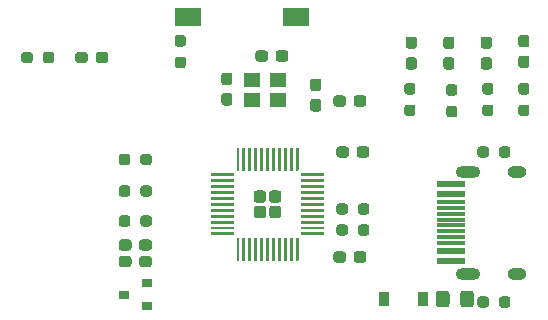
<source format=gtp>
%TF.GenerationSoftware,KiCad,Pcbnew,(5.1.9)-1*%
%TF.CreationDate,2021-07-30T14:52:09-07:00*%
%TF.ProjectId,NullWiiConv2.2,4e756c6c-5769-4694-936f-6e76322e322e,rev?*%
%TF.SameCoordinates,Original*%
%TF.FileFunction,Paste,Top*%
%TF.FilePolarity,Positive*%
%FSLAX46Y46*%
G04 Gerber Fmt 4.6, Leading zero omitted, Abs format (unit mm)*
G04 Created by KiCad (PCBNEW (5.1.9)-1) date 2021-07-30 14:52:09*
%MOMM*%
%LPD*%
G01*
G04 APERTURE LIST*
%ADD10R,0.900000X1.200000*%
%ADD11O,1.600000X1.000000*%
%ADD12O,2.100000X1.000000*%
%ADD13R,2.450000X0.300000*%
%ADD14R,2.450000X0.600000*%
%ADD15R,2.180000X1.600000*%
%ADD16R,1.400000X1.200000*%
%ADD17R,0.900000X0.800000*%
G04 APERTURE END LIST*
%TO.C,U2*%
G36*
G01*
X96537000Y-86054999D02*
X96537000Y-86605001D01*
G75*
G02*
X96287001Y-86855000I-249999J0D01*
G01*
X95736999Y-86855000D01*
G75*
G02*
X95487000Y-86605001I0J249999D01*
G01*
X95487000Y-86054999D01*
G75*
G02*
X95736999Y-85805000I249999J0D01*
G01*
X96287001Y-85805000D01*
G75*
G02*
X96537000Y-86054999I0J-249999D01*
G01*
G37*
G36*
G01*
X96537000Y-87354999D02*
X96537000Y-87905001D01*
G75*
G02*
X96287001Y-88155000I-249999J0D01*
G01*
X95736999Y-88155000D01*
G75*
G02*
X95487000Y-87905001I0J249999D01*
G01*
X95487000Y-87354999D01*
G75*
G02*
X95736999Y-87105000I249999J0D01*
G01*
X96287001Y-87105000D01*
G75*
G02*
X96537000Y-87354999I0J-249999D01*
G01*
G37*
G36*
G01*
X97837000Y-86054999D02*
X97837000Y-86605001D01*
G75*
G02*
X97587001Y-86855000I-249999J0D01*
G01*
X97036999Y-86855000D01*
G75*
G02*
X96787000Y-86605001I0J249999D01*
G01*
X96787000Y-86054999D01*
G75*
G02*
X97036999Y-85805000I249999J0D01*
G01*
X97587001Y-85805000D01*
G75*
G02*
X97837000Y-86054999I0J-249999D01*
G01*
G37*
G36*
G01*
X97837000Y-87354999D02*
X97837000Y-87905001D01*
G75*
G02*
X97587001Y-88155000I-249999J0D01*
G01*
X97036999Y-88155000D01*
G75*
G02*
X96787000Y-87905001I0J249999D01*
G01*
X96787000Y-87354999D01*
G75*
G02*
X97036999Y-87105000I249999J0D01*
G01*
X97587001Y-87105000D01*
G75*
G02*
X97837000Y-87354999I0J-249999D01*
G01*
G37*
G36*
G01*
X99287000Y-89852500D02*
X99287000Y-91727500D01*
G75*
G02*
X99224500Y-91790000I-62500J0D01*
G01*
X99099500Y-91790000D01*
G75*
G02*
X99037000Y-91727500I0J62500D01*
G01*
X99037000Y-89852500D01*
G75*
G02*
X99099500Y-89790000I62500J0D01*
G01*
X99224500Y-89790000D01*
G75*
G02*
X99287000Y-89852500I0J-62500D01*
G01*
G37*
G36*
G01*
X98787000Y-89852500D02*
X98787000Y-91727500D01*
G75*
G02*
X98724500Y-91790000I-62500J0D01*
G01*
X98599500Y-91790000D01*
G75*
G02*
X98537000Y-91727500I0J62500D01*
G01*
X98537000Y-89852500D01*
G75*
G02*
X98599500Y-89790000I62500J0D01*
G01*
X98724500Y-89790000D01*
G75*
G02*
X98787000Y-89852500I0J-62500D01*
G01*
G37*
G36*
G01*
X98287000Y-89852500D02*
X98287000Y-91727500D01*
G75*
G02*
X98224500Y-91790000I-62500J0D01*
G01*
X98099500Y-91790000D01*
G75*
G02*
X98037000Y-91727500I0J62500D01*
G01*
X98037000Y-89852500D01*
G75*
G02*
X98099500Y-89790000I62500J0D01*
G01*
X98224500Y-89790000D01*
G75*
G02*
X98287000Y-89852500I0J-62500D01*
G01*
G37*
G36*
G01*
X97787000Y-89852500D02*
X97787000Y-91727500D01*
G75*
G02*
X97724500Y-91790000I-62500J0D01*
G01*
X97599500Y-91790000D01*
G75*
G02*
X97537000Y-91727500I0J62500D01*
G01*
X97537000Y-89852500D01*
G75*
G02*
X97599500Y-89790000I62500J0D01*
G01*
X97724500Y-89790000D01*
G75*
G02*
X97787000Y-89852500I0J-62500D01*
G01*
G37*
G36*
G01*
X97287000Y-89852500D02*
X97287000Y-91727500D01*
G75*
G02*
X97224500Y-91790000I-62500J0D01*
G01*
X97099500Y-91790000D01*
G75*
G02*
X97037000Y-91727500I0J62500D01*
G01*
X97037000Y-89852500D01*
G75*
G02*
X97099500Y-89790000I62500J0D01*
G01*
X97224500Y-89790000D01*
G75*
G02*
X97287000Y-89852500I0J-62500D01*
G01*
G37*
G36*
G01*
X96787000Y-89852500D02*
X96787000Y-91727500D01*
G75*
G02*
X96724500Y-91790000I-62500J0D01*
G01*
X96599500Y-91790000D01*
G75*
G02*
X96537000Y-91727500I0J62500D01*
G01*
X96537000Y-89852500D01*
G75*
G02*
X96599500Y-89790000I62500J0D01*
G01*
X96724500Y-89790000D01*
G75*
G02*
X96787000Y-89852500I0J-62500D01*
G01*
G37*
G36*
G01*
X96287000Y-89852500D02*
X96287000Y-91727500D01*
G75*
G02*
X96224500Y-91790000I-62500J0D01*
G01*
X96099500Y-91790000D01*
G75*
G02*
X96037000Y-91727500I0J62500D01*
G01*
X96037000Y-89852500D01*
G75*
G02*
X96099500Y-89790000I62500J0D01*
G01*
X96224500Y-89790000D01*
G75*
G02*
X96287000Y-89852500I0J-62500D01*
G01*
G37*
G36*
G01*
X95787000Y-89852500D02*
X95787000Y-91727500D01*
G75*
G02*
X95724500Y-91790000I-62500J0D01*
G01*
X95599500Y-91790000D01*
G75*
G02*
X95537000Y-91727500I0J62500D01*
G01*
X95537000Y-89852500D01*
G75*
G02*
X95599500Y-89790000I62500J0D01*
G01*
X95724500Y-89790000D01*
G75*
G02*
X95787000Y-89852500I0J-62500D01*
G01*
G37*
G36*
G01*
X95287000Y-89852500D02*
X95287000Y-91727500D01*
G75*
G02*
X95224500Y-91790000I-62500J0D01*
G01*
X95099500Y-91790000D01*
G75*
G02*
X95037000Y-91727500I0J62500D01*
G01*
X95037000Y-89852500D01*
G75*
G02*
X95099500Y-89790000I62500J0D01*
G01*
X95224500Y-89790000D01*
G75*
G02*
X95287000Y-89852500I0J-62500D01*
G01*
G37*
G36*
G01*
X94787000Y-89852500D02*
X94787000Y-91727500D01*
G75*
G02*
X94724500Y-91790000I-62500J0D01*
G01*
X94599500Y-91790000D01*
G75*
G02*
X94537000Y-91727500I0J62500D01*
G01*
X94537000Y-89852500D01*
G75*
G02*
X94599500Y-89790000I62500J0D01*
G01*
X94724500Y-89790000D01*
G75*
G02*
X94787000Y-89852500I0J-62500D01*
G01*
G37*
G36*
G01*
X94287000Y-89852500D02*
X94287000Y-91727500D01*
G75*
G02*
X94224500Y-91790000I-62500J0D01*
G01*
X94099500Y-91790000D01*
G75*
G02*
X94037000Y-91727500I0J62500D01*
G01*
X94037000Y-89852500D01*
G75*
G02*
X94099500Y-89790000I62500J0D01*
G01*
X94224500Y-89790000D01*
G75*
G02*
X94287000Y-89852500I0J-62500D01*
G01*
G37*
G36*
G01*
X93852000Y-89417500D02*
X93852000Y-89542500D01*
G75*
G02*
X93789500Y-89605000I-62500J0D01*
G01*
X91914500Y-89605000D01*
G75*
G02*
X91852000Y-89542500I0J62500D01*
G01*
X91852000Y-89417500D01*
G75*
G02*
X91914500Y-89355000I62500J0D01*
G01*
X93789500Y-89355000D01*
G75*
G02*
X93852000Y-89417500I0J-62500D01*
G01*
G37*
G36*
G01*
X93852000Y-88917500D02*
X93852000Y-89042500D01*
G75*
G02*
X93789500Y-89105000I-62500J0D01*
G01*
X91914500Y-89105000D01*
G75*
G02*
X91852000Y-89042500I0J62500D01*
G01*
X91852000Y-88917500D01*
G75*
G02*
X91914500Y-88855000I62500J0D01*
G01*
X93789500Y-88855000D01*
G75*
G02*
X93852000Y-88917500I0J-62500D01*
G01*
G37*
G36*
G01*
X93852000Y-88417500D02*
X93852000Y-88542500D01*
G75*
G02*
X93789500Y-88605000I-62500J0D01*
G01*
X91914500Y-88605000D01*
G75*
G02*
X91852000Y-88542500I0J62500D01*
G01*
X91852000Y-88417500D01*
G75*
G02*
X91914500Y-88355000I62500J0D01*
G01*
X93789500Y-88355000D01*
G75*
G02*
X93852000Y-88417500I0J-62500D01*
G01*
G37*
G36*
G01*
X93852000Y-87917500D02*
X93852000Y-88042500D01*
G75*
G02*
X93789500Y-88105000I-62500J0D01*
G01*
X91914500Y-88105000D01*
G75*
G02*
X91852000Y-88042500I0J62500D01*
G01*
X91852000Y-87917500D01*
G75*
G02*
X91914500Y-87855000I62500J0D01*
G01*
X93789500Y-87855000D01*
G75*
G02*
X93852000Y-87917500I0J-62500D01*
G01*
G37*
G36*
G01*
X93852000Y-87417500D02*
X93852000Y-87542500D01*
G75*
G02*
X93789500Y-87605000I-62500J0D01*
G01*
X91914500Y-87605000D01*
G75*
G02*
X91852000Y-87542500I0J62500D01*
G01*
X91852000Y-87417500D01*
G75*
G02*
X91914500Y-87355000I62500J0D01*
G01*
X93789500Y-87355000D01*
G75*
G02*
X93852000Y-87417500I0J-62500D01*
G01*
G37*
G36*
G01*
X93852000Y-86917500D02*
X93852000Y-87042500D01*
G75*
G02*
X93789500Y-87105000I-62500J0D01*
G01*
X91914500Y-87105000D01*
G75*
G02*
X91852000Y-87042500I0J62500D01*
G01*
X91852000Y-86917500D01*
G75*
G02*
X91914500Y-86855000I62500J0D01*
G01*
X93789500Y-86855000D01*
G75*
G02*
X93852000Y-86917500I0J-62500D01*
G01*
G37*
G36*
G01*
X93852000Y-86417500D02*
X93852000Y-86542500D01*
G75*
G02*
X93789500Y-86605000I-62500J0D01*
G01*
X91914500Y-86605000D01*
G75*
G02*
X91852000Y-86542500I0J62500D01*
G01*
X91852000Y-86417500D01*
G75*
G02*
X91914500Y-86355000I62500J0D01*
G01*
X93789500Y-86355000D01*
G75*
G02*
X93852000Y-86417500I0J-62500D01*
G01*
G37*
G36*
G01*
X93852000Y-85917500D02*
X93852000Y-86042500D01*
G75*
G02*
X93789500Y-86105000I-62500J0D01*
G01*
X91914500Y-86105000D01*
G75*
G02*
X91852000Y-86042500I0J62500D01*
G01*
X91852000Y-85917500D01*
G75*
G02*
X91914500Y-85855000I62500J0D01*
G01*
X93789500Y-85855000D01*
G75*
G02*
X93852000Y-85917500I0J-62500D01*
G01*
G37*
G36*
G01*
X93852000Y-85417500D02*
X93852000Y-85542500D01*
G75*
G02*
X93789500Y-85605000I-62500J0D01*
G01*
X91914500Y-85605000D01*
G75*
G02*
X91852000Y-85542500I0J62500D01*
G01*
X91852000Y-85417500D01*
G75*
G02*
X91914500Y-85355000I62500J0D01*
G01*
X93789500Y-85355000D01*
G75*
G02*
X93852000Y-85417500I0J-62500D01*
G01*
G37*
G36*
G01*
X93852000Y-84917500D02*
X93852000Y-85042500D01*
G75*
G02*
X93789500Y-85105000I-62500J0D01*
G01*
X91914500Y-85105000D01*
G75*
G02*
X91852000Y-85042500I0J62500D01*
G01*
X91852000Y-84917500D01*
G75*
G02*
X91914500Y-84855000I62500J0D01*
G01*
X93789500Y-84855000D01*
G75*
G02*
X93852000Y-84917500I0J-62500D01*
G01*
G37*
G36*
G01*
X93852000Y-84417500D02*
X93852000Y-84542500D01*
G75*
G02*
X93789500Y-84605000I-62500J0D01*
G01*
X91914500Y-84605000D01*
G75*
G02*
X91852000Y-84542500I0J62500D01*
G01*
X91852000Y-84417500D01*
G75*
G02*
X91914500Y-84355000I62500J0D01*
G01*
X93789500Y-84355000D01*
G75*
G02*
X93852000Y-84417500I0J-62500D01*
G01*
G37*
G36*
G01*
X94287000Y-82232500D02*
X94287000Y-84107500D01*
G75*
G02*
X94224500Y-84170000I-62500J0D01*
G01*
X94099500Y-84170000D01*
G75*
G02*
X94037000Y-84107500I0J62500D01*
G01*
X94037000Y-82232500D01*
G75*
G02*
X94099500Y-82170000I62500J0D01*
G01*
X94224500Y-82170000D01*
G75*
G02*
X94287000Y-82232500I0J-62500D01*
G01*
G37*
G36*
G01*
X94787000Y-82232500D02*
X94787000Y-84107500D01*
G75*
G02*
X94724500Y-84170000I-62500J0D01*
G01*
X94599500Y-84170000D01*
G75*
G02*
X94537000Y-84107500I0J62500D01*
G01*
X94537000Y-82232500D01*
G75*
G02*
X94599500Y-82170000I62500J0D01*
G01*
X94724500Y-82170000D01*
G75*
G02*
X94787000Y-82232500I0J-62500D01*
G01*
G37*
G36*
G01*
X95287000Y-82232500D02*
X95287000Y-84107500D01*
G75*
G02*
X95224500Y-84170000I-62500J0D01*
G01*
X95099500Y-84170000D01*
G75*
G02*
X95037000Y-84107500I0J62500D01*
G01*
X95037000Y-82232500D01*
G75*
G02*
X95099500Y-82170000I62500J0D01*
G01*
X95224500Y-82170000D01*
G75*
G02*
X95287000Y-82232500I0J-62500D01*
G01*
G37*
G36*
G01*
X95787000Y-82232500D02*
X95787000Y-84107500D01*
G75*
G02*
X95724500Y-84170000I-62500J0D01*
G01*
X95599500Y-84170000D01*
G75*
G02*
X95537000Y-84107500I0J62500D01*
G01*
X95537000Y-82232500D01*
G75*
G02*
X95599500Y-82170000I62500J0D01*
G01*
X95724500Y-82170000D01*
G75*
G02*
X95787000Y-82232500I0J-62500D01*
G01*
G37*
G36*
G01*
X96287000Y-82232500D02*
X96287000Y-84107500D01*
G75*
G02*
X96224500Y-84170000I-62500J0D01*
G01*
X96099500Y-84170000D01*
G75*
G02*
X96037000Y-84107500I0J62500D01*
G01*
X96037000Y-82232500D01*
G75*
G02*
X96099500Y-82170000I62500J0D01*
G01*
X96224500Y-82170000D01*
G75*
G02*
X96287000Y-82232500I0J-62500D01*
G01*
G37*
G36*
G01*
X96787000Y-82232500D02*
X96787000Y-84107500D01*
G75*
G02*
X96724500Y-84170000I-62500J0D01*
G01*
X96599500Y-84170000D01*
G75*
G02*
X96537000Y-84107500I0J62500D01*
G01*
X96537000Y-82232500D01*
G75*
G02*
X96599500Y-82170000I62500J0D01*
G01*
X96724500Y-82170000D01*
G75*
G02*
X96787000Y-82232500I0J-62500D01*
G01*
G37*
G36*
G01*
X97287000Y-82232500D02*
X97287000Y-84107500D01*
G75*
G02*
X97224500Y-84170000I-62500J0D01*
G01*
X97099500Y-84170000D01*
G75*
G02*
X97037000Y-84107500I0J62500D01*
G01*
X97037000Y-82232500D01*
G75*
G02*
X97099500Y-82170000I62500J0D01*
G01*
X97224500Y-82170000D01*
G75*
G02*
X97287000Y-82232500I0J-62500D01*
G01*
G37*
G36*
G01*
X97787000Y-82232500D02*
X97787000Y-84107500D01*
G75*
G02*
X97724500Y-84170000I-62500J0D01*
G01*
X97599500Y-84170000D01*
G75*
G02*
X97537000Y-84107500I0J62500D01*
G01*
X97537000Y-82232500D01*
G75*
G02*
X97599500Y-82170000I62500J0D01*
G01*
X97724500Y-82170000D01*
G75*
G02*
X97787000Y-82232500I0J-62500D01*
G01*
G37*
G36*
G01*
X98287000Y-82232500D02*
X98287000Y-84107500D01*
G75*
G02*
X98224500Y-84170000I-62500J0D01*
G01*
X98099500Y-84170000D01*
G75*
G02*
X98037000Y-84107500I0J62500D01*
G01*
X98037000Y-82232500D01*
G75*
G02*
X98099500Y-82170000I62500J0D01*
G01*
X98224500Y-82170000D01*
G75*
G02*
X98287000Y-82232500I0J-62500D01*
G01*
G37*
G36*
G01*
X98787000Y-82232500D02*
X98787000Y-84107500D01*
G75*
G02*
X98724500Y-84170000I-62500J0D01*
G01*
X98599500Y-84170000D01*
G75*
G02*
X98537000Y-84107500I0J62500D01*
G01*
X98537000Y-82232500D01*
G75*
G02*
X98599500Y-82170000I62500J0D01*
G01*
X98724500Y-82170000D01*
G75*
G02*
X98787000Y-82232500I0J-62500D01*
G01*
G37*
G36*
G01*
X99287000Y-82232500D02*
X99287000Y-84107500D01*
G75*
G02*
X99224500Y-84170000I-62500J0D01*
G01*
X99099500Y-84170000D01*
G75*
G02*
X99037000Y-84107500I0J62500D01*
G01*
X99037000Y-82232500D01*
G75*
G02*
X99099500Y-82170000I62500J0D01*
G01*
X99224500Y-82170000D01*
G75*
G02*
X99287000Y-82232500I0J-62500D01*
G01*
G37*
G36*
G01*
X101472000Y-84417500D02*
X101472000Y-84542500D01*
G75*
G02*
X101409500Y-84605000I-62500J0D01*
G01*
X99534500Y-84605000D01*
G75*
G02*
X99472000Y-84542500I0J62500D01*
G01*
X99472000Y-84417500D01*
G75*
G02*
X99534500Y-84355000I62500J0D01*
G01*
X101409500Y-84355000D01*
G75*
G02*
X101472000Y-84417500I0J-62500D01*
G01*
G37*
G36*
G01*
X101472000Y-84917500D02*
X101472000Y-85042500D01*
G75*
G02*
X101409500Y-85105000I-62500J0D01*
G01*
X99534500Y-85105000D01*
G75*
G02*
X99472000Y-85042500I0J62500D01*
G01*
X99472000Y-84917500D01*
G75*
G02*
X99534500Y-84855000I62500J0D01*
G01*
X101409500Y-84855000D01*
G75*
G02*
X101472000Y-84917500I0J-62500D01*
G01*
G37*
G36*
G01*
X101472000Y-85417500D02*
X101472000Y-85542500D01*
G75*
G02*
X101409500Y-85605000I-62500J0D01*
G01*
X99534500Y-85605000D01*
G75*
G02*
X99472000Y-85542500I0J62500D01*
G01*
X99472000Y-85417500D01*
G75*
G02*
X99534500Y-85355000I62500J0D01*
G01*
X101409500Y-85355000D01*
G75*
G02*
X101472000Y-85417500I0J-62500D01*
G01*
G37*
G36*
G01*
X101472000Y-85917500D02*
X101472000Y-86042500D01*
G75*
G02*
X101409500Y-86105000I-62500J0D01*
G01*
X99534500Y-86105000D01*
G75*
G02*
X99472000Y-86042500I0J62500D01*
G01*
X99472000Y-85917500D01*
G75*
G02*
X99534500Y-85855000I62500J0D01*
G01*
X101409500Y-85855000D01*
G75*
G02*
X101472000Y-85917500I0J-62500D01*
G01*
G37*
G36*
G01*
X101472000Y-86417500D02*
X101472000Y-86542500D01*
G75*
G02*
X101409500Y-86605000I-62500J0D01*
G01*
X99534500Y-86605000D01*
G75*
G02*
X99472000Y-86542500I0J62500D01*
G01*
X99472000Y-86417500D01*
G75*
G02*
X99534500Y-86355000I62500J0D01*
G01*
X101409500Y-86355000D01*
G75*
G02*
X101472000Y-86417500I0J-62500D01*
G01*
G37*
G36*
G01*
X101472000Y-86917500D02*
X101472000Y-87042500D01*
G75*
G02*
X101409500Y-87105000I-62500J0D01*
G01*
X99534500Y-87105000D01*
G75*
G02*
X99472000Y-87042500I0J62500D01*
G01*
X99472000Y-86917500D01*
G75*
G02*
X99534500Y-86855000I62500J0D01*
G01*
X101409500Y-86855000D01*
G75*
G02*
X101472000Y-86917500I0J-62500D01*
G01*
G37*
G36*
G01*
X101472000Y-87417500D02*
X101472000Y-87542500D01*
G75*
G02*
X101409500Y-87605000I-62500J0D01*
G01*
X99534500Y-87605000D01*
G75*
G02*
X99472000Y-87542500I0J62500D01*
G01*
X99472000Y-87417500D01*
G75*
G02*
X99534500Y-87355000I62500J0D01*
G01*
X101409500Y-87355000D01*
G75*
G02*
X101472000Y-87417500I0J-62500D01*
G01*
G37*
G36*
G01*
X101472000Y-87917500D02*
X101472000Y-88042500D01*
G75*
G02*
X101409500Y-88105000I-62500J0D01*
G01*
X99534500Y-88105000D01*
G75*
G02*
X99472000Y-88042500I0J62500D01*
G01*
X99472000Y-87917500D01*
G75*
G02*
X99534500Y-87855000I62500J0D01*
G01*
X101409500Y-87855000D01*
G75*
G02*
X101472000Y-87917500I0J-62500D01*
G01*
G37*
G36*
G01*
X101472000Y-88417500D02*
X101472000Y-88542500D01*
G75*
G02*
X101409500Y-88605000I-62500J0D01*
G01*
X99534500Y-88605000D01*
G75*
G02*
X99472000Y-88542500I0J62500D01*
G01*
X99472000Y-88417500D01*
G75*
G02*
X99534500Y-88355000I62500J0D01*
G01*
X101409500Y-88355000D01*
G75*
G02*
X101472000Y-88417500I0J-62500D01*
G01*
G37*
G36*
G01*
X101472000Y-88917500D02*
X101472000Y-89042500D01*
G75*
G02*
X101409500Y-89105000I-62500J0D01*
G01*
X99534500Y-89105000D01*
G75*
G02*
X99472000Y-89042500I0J62500D01*
G01*
X99472000Y-88917500D01*
G75*
G02*
X99534500Y-88855000I62500J0D01*
G01*
X101409500Y-88855000D01*
G75*
G02*
X101472000Y-88917500I0J-62500D01*
G01*
G37*
G36*
G01*
X101472000Y-89417500D02*
X101472000Y-89542500D01*
G75*
G02*
X101409500Y-89605000I-62500J0D01*
G01*
X99534500Y-89605000D01*
G75*
G02*
X99472000Y-89542500I0J62500D01*
G01*
X99472000Y-89417500D01*
G75*
G02*
X99534500Y-89355000I62500J0D01*
G01*
X101409500Y-89355000D01*
G75*
G02*
X101472000Y-89417500I0J-62500D01*
G01*
G37*
%TD*%
D10*
%TO.C,D1*%
X109854000Y-94996000D03*
X106554000Y-94996000D03*
%TD*%
D11*
%TO.C,J1*%
X117796000Y-84199000D03*
X117796000Y-92839000D03*
D12*
X113616000Y-84199000D03*
X113616000Y-92839000D03*
D13*
X112201000Y-88769000D03*
X112201000Y-88269000D03*
X112201000Y-87769000D03*
X112201000Y-89269000D03*
X112201000Y-87269000D03*
X112201000Y-89769000D03*
X112201000Y-86769000D03*
X112201000Y-90269000D03*
D14*
X112201000Y-90969000D03*
X112201000Y-86069000D03*
X112201000Y-91744000D03*
X112201000Y-85294000D03*
X112196000Y-91744000D03*
X112171000Y-90969000D03*
X112196000Y-86069000D03*
X112196000Y-85294000D03*
%TD*%
D15*
%TO.C,SW2*%
X89898000Y-71120000D03*
X99078000Y-71120000D03*
%TD*%
%TO.C,C6*%
G36*
G01*
X97353000Y-74659500D02*
X97353000Y-74184500D01*
G75*
G02*
X97590500Y-73947000I237500J0D01*
G01*
X98190500Y-73947000D01*
G75*
G02*
X98428000Y-74184500I0J-237500D01*
G01*
X98428000Y-74659500D01*
G75*
G02*
X98190500Y-74897000I-237500J0D01*
G01*
X97590500Y-74897000D01*
G75*
G02*
X97353000Y-74659500I0J237500D01*
G01*
G37*
G36*
G01*
X95628000Y-74659500D02*
X95628000Y-74184500D01*
G75*
G02*
X95865500Y-73947000I237500J0D01*
G01*
X96465500Y-73947000D01*
G75*
G02*
X96703000Y-74184500I0J-237500D01*
G01*
X96703000Y-74659500D01*
G75*
G02*
X96465500Y-74897000I-237500J0D01*
G01*
X95865500Y-74897000D01*
G75*
G02*
X95628000Y-74659500I0J237500D01*
G01*
G37*
%TD*%
%TO.C,C5*%
G36*
G01*
X93455500Y-76891000D02*
X92980500Y-76891000D01*
G75*
G02*
X92743000Y-76653500I0J237500D01*
G01*
X92743000Y-76053500D01*
G75*
G02*
X92980500Y-75816000I237500J0D01*
G01*
X93455500Y-75816000D01*
G75*
G02*
X93693000Y-76053500I0J-237500D01*
G01*
X93693000Y-76653500D01*
G75*
G02*
X93455500Y-76891000I-237500J0D01*
G01*
G37*
G36*
G01*
X93455500Y-78616000D02*
X92980500Y-78616000D01*
G75*
G02*
X92743000Y-78378500I0J237500D01*
G01*
X92743000Y-77778500D01*
G75*
G02*
X92980500Y-77541000I237500J0D01*
G01*
X93455500Y-77541000D01*
G75*
G02*
X93693000Y-77778500I0J-237500D01*
G01*
X93693000Y-78378500D01*
G75*
G02*
X93455500Y-78616000I-237500J0D01*
G01*
G37*
%TD*%
D16*
%TO.C,Y1*%
X95336000Y-76454000D03*
X97536000Y-76454000D03*
X97536000Y-78154000D03*
X95336000Y-78154000D03*
%TD*%
%TO.C,R15*%
G36*
G01*
X77641000Y-74786500D02*
X77641000Y-74311500D01*
G75*
G02*
X77878500Y-74074000I237500J0D01*
G01*
X78378500Y-74074000D01*
G75*
G02*
X78616000Y-74311500I0J-237500D01*
G01*
X78616000Y-74786500D01*
G75*
G02*
X78378500Y-75024000I-237500J0D01*
G01*
X77878500Y-75024000D01*
G75*
G02*
X77641000Y-74786500I0J237500D01*
G01*
G37*
G36*
G01*
X75816000Y-74786500D02*
X75816000Y-74311500D01*
G75*
G02*
X76053500Y-74074000I237500J0D01*
G01*
X76553500Y-74074000D01*
G75*
G02*
X76791000Y-74311500I0J-237500D01*
G01*
X76791000Y-74786500D01*
G75*
G02*
X76553500Y-75024000I-237500J0D01*
G01*
X76053500Y-75024000D01*
G75*
G02*
X75816000Y-74786500I0J237500D01*
G01*
G37*
%TD*%
%TO.C,D6*%
G36*
G01*
X82138000Y-74786500D02*
X82138000Y-74311500D01*
G75*
G02*
X82375500Y-74074000I237500J0D01*
G01*
X82950500Y-74074000D01*
G75*
G02*
X83188000Y-74311500I0J-237500D01*
G01*
X83188000Y-74786500D01*
G75*
G02*
X82950500Y-75024000I-237500J0D01*
G01*
X82375500Y-75024000D01*
G75*
G02*
X82138000Y-74786500I0J237500D01*
G01*
G37*
G36*
G01*
X80388000Y-74786500D02*
X80388000Y-74311500D01*
G75*
G02*
X80625500Y-74074000I237500J0D01*
G01*
X81200500Y-74074000D01*
G75*
G02*
X81438000Y-74311500I0J-237500D01*
G01*
X81438000Y-74786500D01*
G75*
G02*
X81200500Y-75024000I-237500J0D01*
G01*
X80625500Y-75024000D01*
G75*
G02*
X80388000Y-74786500I0J237500D01*
G01*
G37*
%TD*%
D17*
%TO.C,U1*%
X84471000Y-94615000D03*
X86471000Y-93665000D03*
X86471000Y-95565000D03*
%TD*%
%TO.C,R14*%
G36*
G01*
X89043500Y-74466000D02*
X89518500Y-74466000D01*
G75*
G02*
X89756000Y-74703500I0J-237500D01*
G01*
X89756000Y-75203500D01*
G75*
G02*
X89518500Y-75441000I-237500J0D01*
G01*
X89043500Y-75441000D01*
G75*
G02*
X88806000Y-75203500I0J237500D01*
G01*
X88806000Y-74703500D01*
G75*
G02*
X89043500Y-74466000I237500J0D01*
G01*
G37*
G36*
G01*
X89043500Y-72641000D02*
X89518500Y-72641000D01*
G75*
G02*
X89756000Y-72878500I0J-237500D01*
G01*
X89756000Y-73378500D01*
G75*
G02*
X89518500Y-73616000I-237500J0D01*
G01*
X89043500Y-73616000D01*
G75*
G02*
X88806000Y-73378500I0J237500D01*
G01*
X88806000Y-72878500D01*
G75*
G02*
X89043500Y-72641000I237500J0D01*
G01*
G37*
%TD*%
%TO.C,R13*%
G36*
G01*
X102486000Y-87613500D02*
X102486000Y-87138500D01*
G75*
G02*
X102723500Y-86901000I237500J0D01*
G01*
X103223500Y-86901000D01*
G75*
G02*
X103461000Y-87138500I0J-237500D01*
G01*
X103461000Y-87613500D01*
G75*
G02*
X103223500Y-87851000I-237500J0D01*
G01*
X102723500Y-87851000D01*
G75*
G02*
X102486000Y-87613500I0J237500D01*
G01*
G37*
G36*
G01*
X104311000Y-87613500D02*
X104311000Y-87138500D01*
G75*
G02*
X104548500Y-86901000I237500J0D01*
G01*
X105048500Y-86901000D01*
G75*
G02*
X105286000Y-87138500I0J-237500D01*
G01*
X105286000Y-87613500D01*
G75*
G02*
X105048500Y-87851000I-237500J0D01*
G01*
X104548500Y-87851000D01*
G75*
G02*
X104311000Y-87613500I0J237500D01*
G01*
G37*
%TD*%
%TO.C,R12*%
G36*
G01*
X105286000Y-88916500D02*
X105286000Y-89391500D01*
G75*
G02*
X105048500Y-89629000I-237500J0D01*
G01*
X104548500Y-89629000D01*
G75*
G02*
X104311000Y-89391500I0J237500D01*
G01*
X104311000Y-88916500D01*
G75*
G02*
X104548500Y-88679000I237500J0D01*
G01*
X105048500Y-88679000D01*
G75*
G02*
X105286000Y-88916500I0J-237500D01*
G01*
G37*
G36*
G01*
X103461000Y-88916500D02*
X103461000Y-89391500D01*
G75*
G02*
X103223500Y-89629000I-237500J0D01*
G01*
X102723500Y-89629000D01*
G75*
G02*
X102486000Y-89391500I0J237500D01*
G01*
X102486000Y-88916500D01*
G75*
G02*
X102723500Y-88679000I237500J0D01*
G01*
X103223500Y-88679000D01*
G75*
G02*
X103461000Y-88916500I0J-237500D01*
G01*
G37*
%TD*%
%TO.C,R9*%
G36*
G01*
X85896000Y-86089500D02*
X85896000Y-85614500D01*
G75*
G02*
X86133500Y-85377000I237500J0D01*
G01*
X86633500Y-85377000D01*
G75*
G02*
X86871000Y-85614500I0J-237500D01*
G01*
X86871000Y-86089500D01*
G75*
G02*
X86633500Y-86327000I-237500J0D01*
G01*
X86133500Y-86327000D01*
G75*
G02*
X85896000Y-86089500I0J237500D01*
G01*
G37*
G36*
G01*
X84071000Y-86089500D02*
X84071000Y-85614500D01*
G75*
G02*
X84308500Y-85377000I237500J0D01*
G01*
X84808500Y-85377000D01*
G75*
G02*
X85046000Y-85614500I0J-237500D01*
G01*
X85046000Y-86089500D01*
G75*
G02*
X84808500Y-86327000I-237500J0D01*
G01*
X84308500Y-86327000D01*
G75*
G02*
X84071000Y-86089500I0J237500D01*
G01*
G37*
%TD*%
%TO.C,R8*%
G36*
G01*
X85896000Y-88629500D02*
X85896000Y-88154500D01*
G75*
G02*
X86133500Y-87917000I237500J0D01*
G01*
X86633500Y-87917000D01*
G75*
G02*
X86871000Y-88154500I0J-237500D01*
G01*
X86871000Y-88629500D01*
G75*
G02*
X86633500Y-88867000I-237500J0D01*
G01*
X86133500Y-88867000D01*
G75*
G02*
X85896000Y-88629500I0J237500D01*
G01*
G37*
G36*
G01*
X84071000Y-88629500D02*
X84071000Y-88154500D01*
G75*
G02*
X84308500Y-87917000I237500J0D01*
G01*
X84808500Y-87917000D01*
G75*
G02*
X85046000Y-88154500I0J-237500D01*
G01*
X85046000Y-88629500D01*
G75*
G02*
X84808500Y-88867000I-237500J0D01*
G01*
X84308500Y-88867000D01*
G75*
G02*
X84071000Y-88629500I0J237500D01*
G01*
G37*
%TD*%
%TO.C,R7*%
G36*
G01*
X112030500Y-78633500D02*
X112505500Y-78633500D01*
G75*
G02*
X112743000Y-78871000I0J-237500D01*
G01*
X112743000Y-79371000D01*
G75*
G02*
X112505500Y-79608500I-237500J0D01*
G01*
X112030500Y-79608500D01*
G75*
G02*
X111793000Y-79371000I0J237500D01*
G01*
X111793000Y-78871000D01*
G75*
G02*
X112030500Y-78633500I237500J0D01*
G01*
G37*
G36*
G01*
X112030500Y-76808500D02*
X112505500Y-76808500D01*
G75*
G02*
X112743000Y-77046000I0J-237500D01*
G01*
X112743000Y-77546000D01*
G75*
G02*
X112505500Y-77783500I-237500J0D01*
G01*
X112030500Y-77783500D01*
G75*
G02*
X111793000Y-77546000I0J237500D01*
G01*
X111793000Y-77046000D01*
G75*
G02*
X112030500Y-76808500I237500J0D01*
G01*
G37*
%TD*%
%TO.C,R6*%
G36*
G01*
X115553500Y-77680000D02*
X115078500Y-77680000D01*
G75*
G02*
X114841000Y-77442500I0J237500D01*
G01*
X114841000Y-76942500D01*
G75*
G02*
X115078500Y-76705000I237500J0D01*
G01*
X115553500Y-76705000D01*
G75*
G02*
X115791000Y-76942500I0J-237500D01*
G01*
X115791000Y-77442500D01*
G75*
G02*
X115553500Y-77680000I-237500J0D01*
G01*
G37*
G36*
G01*
X115553500Y-79505000D02*
X115078500Y-79505000D01*
G75*
G02*
X114841000Y-79267500I0J237500D01*
G01*
X114841000Y-78767500D01*
G75*
G02*
X115078500Y-78530000I237500J0D01*
G01*
X115553500Y-78530000D01*
G75*
G02*
X115791000Y-78767500I0J-237500D01*
G01*
X115791000Y-79267500D01*
G75*
G02*
X115553500Y-79505000I-237500J0D01*
G01*
G37*
%TD*%
%TO.C,R5*%
G36*
G01*
X108949500Y-77680000D02*
X108474500Y-77680000D01*
G75*
G02*
X108237000Y-77442500I0J237500D01*
G01*
X108237000Y-76942500D01*
G75*
G02*
X108474500Y-76705000I237500J0D01*
G01*
X108949500Y-76705000D01*
G75*
G02*
X109187000Y-76942500I0J-237500D01*
G01*
X109187000Y-77442500D01*
G75*
G02*
X108949500Y-77680000I-237500J0D01*
G01*
G37*
G36*
G01*
X108949500Y-79505000D02*
X108474500Y-79505000D01*
G75*
G02*
X108237000Y-79267500I0J237500D01*
G01*
X108237000Y-78767500D01*
G75*
G02*
X108474500Y-78530000I237500J0D01*
G01*
X108949500Y-78530000D01*
G75*
G02*
X109187000Y-78767500I0J-237500D01*
G01*
X109187000Y-79267500D01*
G75*
G02*
X108949500Y-79505000I-237500J0D01*
G01*
G37*
%TD*%
%TO.C,R4*%
G36*
G01*
X118601500Y-77680000D02*
X118126500Y-77680000D01*
G75*
G02*
X117889000Y-77442500I0J237500D01*
G01*
X117889000Y-76942500D01*
G75*
G02*
X118126500Y-76705000I237500J0D01*
G01*
X118601500Y-76705000D01*
G75*
G02*
X118839000Y-76942500I0J-237500D01*
G01*
X118839000Y-77442500D01*
G75*
G02*
X118601500Y-77680000I-237500J0D01*
G01*
G37*
G36*
G01*
X118601500Y-79505000D02*
X118126500Y-79505000D01*
G75*
G02*
X117889000Y-79267500I0J237500D01*
G01*
X117889000Y-78767500D01*
G75*
G02*
X118126500Y-78530000I237500J0D01*
G01*
X118601500Y-78530000D01*
G75*
G02*
X118839000Y-78767500I0J-237500D01*
G01*
X118839000Y-79267500D01*
G75*
G02*
X118601500Y-79505000I-237500J0D01*
G01*
G37*
%TD*%
%TO.C,R3*%
G36*
G01*
X116249000Y-82787500D02*
X116249000Y-82312500D01*
G75*
G02*
X116486500Y-82075000I237500J0D01*
G01*
X116986500Y-82075000D01*
G75*
G02*
X117224000Y-82312500I0J-237500D01*
G01*
X117224000Y-82787500D01*
G75*
G02*
X116986500Y-83025000I-237500J0D01*
G01*
X116486500Y-83025000D01*
G75*
G02*
X116249000Y-82787500I0J237500D01*
G01*
G37*
G36*
G01*
X114424000Y-82787500D02*
X114424000Y-82312500D01*
G75*
G02*
X114661500Y-82075000I237500J0D01*
G01*
X115161500Y-82075000D01*
G75*
G02*
X115399000Y-82312500I0J-237500D01*
G01*
X115399000Y-82787500D01*
G75*
G02*
X115161500Y-83025000I-237500J0D01*
G01*
X114661500Y-83025000D01*
G75*
G02*
X114424000Y-82787500I0J237500D01*
G01*
G37*
%TD*%
%TO.C,R2*%
G36*
G01*
X115399000Y-95012500D02*
X115399000Y-95487500D01*
G75*
G02*
X115161500Y-95725000I-237500J0D01*
G01*
X114661500Y-95725000D01*
G75*
G02*
X114424000Y-95487500I0J237500D01*
G01*
X114424000Y-95012500D01*
G75*
G02*
X114661500Y-94775000I237500J0D01*
G01*
X115161500Y-94775000D01*
G75*
G02*
X115399000Y-95012500I0J-237500D01*
G01*
G37*
G36*
G01*
X117224000Y-95012500D02*
X117224000Y-95487500D01*
G75*
G02*
X116986500Y-95725000I-237500J0D01*
G01*
X116486500Y-95725000D01*
G75*
G02*
X116249000Y-95487500I0J237500D01*
G01*
X116249000Y-95012500D01*
G75*
G02*
X116486500Y-94775000I237500J0D01*
G01*
X116986500Y-94775000D01*
G75*
G02*
X117224000Y-95012500I0J-237500D01*
G01*
G37*
%TD*%
%TO.C,R1*%
G36*
G01*
X85046000Y-82947500D02*
X85046000Y-83422500D01*
G75*
G02*
X84808500Y-83660000I-237500J0D01*
G01*
X84308500Y-83660000D01*
G75*
G02*
X84071000Y-83422500I0J237500D01*
G01*
X84071000Y-82947500D01*
G75*
G02*
X84308500Y-82710000I237500J0D01*
G01*
X84808500Y-82710000D01*
G75*
G02*
X85046000Y-82947500I0J-237500D01*
G01*
G37*
G36*
G01*
X86871000Y-82947500D02*
X86871000Y-83422500D01*
G75*
G02*
X86633500Y-83660000I-237500J0D01*
G01*
X86133500Y-83660000D01*
G75*
G02*
X85896000Y-83422500I0J237500D01*
G01*
X85896000Y-82947500D01*
G75*
G02*
X86133500Y-82710000I237500J0D01*
G01*
X86633500Y-82710000D01*
G75*
G02*
X86871000Y-82947500I0J-237500D01*
G01*
G37*
%TD*%
%TO.C,F1*%
G36*
G01*
X112972000Y-95446001D02*
X112972000Y-94545999D01*
G75*
G02*
X113221999Y-94296000I249999J0D01*
G01*
X113872001Y-94296000D01*
G75*
G02*
X114122000Y-94545999I0J-249999D01*
G01*
X114122000Y-95446001D01*
G75*
G02*
X113872001Y-95696000I-249999J0D01*
G01*
X113221999Y-95696000D01*
G75*
G02*
X112972000Y-95446001I0J249999D01*
G01*
G37*
G36*
G01*
X110922000Y-95446001D02*
X110922000Y-94545999D01*
G75*
G02*
X111171999Y-94296000I249999J0D01*
G01*
X111822001Y-94296000D01*
G75*
G02*
X112072000Y-94545999I0J-249999D01*
G01*
X112072000Y-95446001D01*
G75*
G02*
X111822001Y-95696000I-249999J0D01*
G01*
X111171999Y-95696000D01*
G75*
G02*
X110922000Y-95446001I0J249999D01*
G01*
G37*
%TD*%
%TO.C,D5*%
G36*
G01*
X112251500Y-73818000D02*
X111776500Y-73818000D01*
G75*
G02*
X111539000Y-73580500I0J237500D01*
G01*
X111539000Y-73005500D01*
G75*
G02*
X111776500Y-72768000I237500J0D01*
G01*
X112251500Y-72768000D01*
G75*
G02*
X112489000Y-73005500I0J-237500D01*
G01*
X112489000Y-73580500D01*
G75*
G02*
X112251500Y-73818000I-237500J0D01*
G01*
G37*
G36*
G01*
X112251500Y-75568000D02*
X111776500Y-75568000D01*
G75*
G02*
X111539000Y-75330500I0J237500D01*
G01*
X111539000Y-74755500D01*
G75*
G02*
X111776500Y-74518000I237500J0D01*
G01*
X112251500Y-74518000D01*
G75*
G02*
X112489000Y-74755500I0J-237500D01*
G01*
X112489000Y-75330500D01*
G75*
G02*
X112251500Y-75568000I-237500J0D01*
G01*
G37*
%TD*%
%TO.C,D4*%
G36*
G01*
X115426500Y-73818000D02*
X114951500Y-73818000D01*
G75*
G02*
X114714000Y-73580500I0J237500D01*
G01*
X114714000Y-73005500D01*
G75*
G02*
X114951500Y-72768000I237500J0D01*
G01*
X115426500Y-72768000D01*
G75*
G02*
X115664000Y-73005500I0J-237500D01*
G01*
X115664000Y-73580500D01*
G75*
G02*
X115426500Y-73818000I-237500J0D01*
G01*
G37*
G36*
G01*
X115426500Y-75568000D02*
X114951500Y-75568000D01*
G75*
G02*
X114714000Y-75330500I0J237500D01*
G01*
X114714000Y-74755500D01*
G75*
G02*
X114951500Y-74518000I237500J0D01*
G01*
X115426500Y-74518000D01*
G75*
G02*
X115664000Y-74755500I0J-237500D01*
G01*
X115664000Y-75330500D01*
G75*
G02*
X115426500Y-75568000I-237500J0D01*
G01*
G37*
%TD*%
%TO.C,D3*%
G36*
G01*
X109076500Y-73818000D02*
X108601500Y-73818000D01*
G75*
G02*
X108364000Y-73580500I0J237500D01*
G01*
X108364000Y-73005500D01*
G75*
G02*
X108601500Y-72768000I237500J0D01*
G01*
X109076500Y-72768000D01*
G75*
G02*
X109314000Y-73005500I0J-237500D01*
G01*
X109314000Y-73580500D01*
G75*
G02*
X109076500Y-73818000I-237500J0D01*
G01*
G37*
G36*
G01*
X109076500Y-75568000D02*
X108601500Y-75568000D01*
G75*
G02*
X108364000Y-75330500I0J237500D01*
G01*
X108364000Y-74755500D01*
G75*
G02*
X108601500Y-74518000I237500J0D01*
G01*
X109076500Y-74518000D01*
G75*
G02*
X109314000Y-74755500I0J-237500D01*
G01*
X109314000Y-75330500D01*
G75*
G02*
X109076500Y-75568000I-237500J0D01*
G01*
G37*
%TD*%
%TO.C,D2*%
G36*
G01*
X118601500Y-73691000D02*
X118126500Y-73691000D01*
G75*
G02*
X117889000Y-73453500I0J237500D01*
G01*
X117889000Y-72878500D01*
G75*
G02*
X118126500Y-72641000I237500J0D01*
G01*
X118601500Y-72641000D01*
G75*
G02*
X118839000Y-72878500I0J-237500D01*
G01*
X118839000Y-73453500D01*
G75*
G02*
X118601500Y-73691000I-237500J0D01*
G01*
G37*
G36*
G01*
X118601500Y-75441000D02*
X118126500Y-75441000D01*
G75*
G02*
X117889000Y-75203500I0J237500D01*
G01*
X117889000Y-74628500D01*
G75*
G02*
X118126500Y-74391000I237500J0D01*
G01*
X118601500Y-74391000D01*
G75*
G02*
X118839000Y-74628500I0J-237500D01*
G01*
X118839000Y-75203500D01*
G75*
G02*
X118601500Y-75441000I-237500J0D01*
G01*
G37*
%TD*%
%TO.C,C8*%
G36*
G01*
X103561000Y-82312500D02*
X103561000Y-82787500D01*
G75*
G02*
X103323500Y-83025000I-237500J0D01*
G01*
X102723500Y-83025000D01*
G75*
G02*
X102486000Y-82787500I0J237500D01*
G01*
X102486000Y-82312500D01*
G75*
G02*
X102723500Y-82075000I237500J0D01*
G01*
X103323500Y-82075000D01*
G75*
G02*
X103561000Y-82312500I0J-237500D01*
G01*
G37*
G36*
G01*
X105286000Y-82312500D02*
X105286000Y-82787500D01*
G75*
G02*
X105048500Y-83025000I-237500J0D01*
G01*
X104448500Y-83025000D01*
G75*
G02*
X104211000Y-82787500I0J237500D01*
G01*
X104211000Y-82312500D01*
G75*
G02*
X104448500Y-82075000I237500J0D01*
G01*
X105048500Y-82075000D01*
G75*
G02*
X105286000Y-82312500I0J-237500D01*
G01*
G37*
%TD*%
%TO.C,C7*%
G36*
G01*
X102232000Y-91677500D02*
X102232000Y-91202500D01*
G75*
G02*
X102469500Y-90965000I237500J0D01*
G01*
X103069500Y-90965000D01*
G75*
G02*
X103307000Y-91202500I0J-237500D01*
G01*
X103307000Y-91677500D01*
G75*
G02*
X103069500Y-91915000I-237500J0D01*
G01*
X102469500Y-91915000D01*
G75*
G02*
X102232000Y-91677500I0J237500D01*
G01*
G37*
G36*
G01*
X103957000Y-91677500D02*
X103957000Y-91202500D01*
G75*
G02*
X104194500Y-90965000I237500J0D01*
G01*
X104794500Y-90965000D01*
G75*
G02*
X105032000Y-91202500I0J-237500D01*
G01*
X105032000Y-91677500D01*
G75*
G02*
X104794500Y-91915000I-237500J0D01*
G01*
X104194500Y-91915000D01*
G75*
G02*
X103957000Y-91677500I0J237500D01*
G01*
G37*
%TD*%
%TO.C,C4*%
G36*
G01*
X85796000Y-92058500D02*
X85796000Y-91583500D01*
G75*
G02*
X86033500Y-91346000I237500J0D01*
G01*
X86633500Y-91346000D01*
G75*
G02*
X86871000Y-91583500I0J-237500D01*
G01*
X86871000Y-92058500D01*
G75*
G02*
X86633500Y-92296000I-237500J0D01*
G01*
X86033500Y-92296000D01*
G75*
G02*
X85796000Y-92058500I0J237500D01*
G01*
G37*
G36*
G01*
X84071000Y-92058500D02*
X84071000Y-91583500D01*
G75*
G02*
X84308500Y-91346000I237500J0D01*
G01*
X84908500Y-91346000D01*
G75*
G02*
X85146000Y-91583500I0J-237500D01*
G01*
X85146000Y-92058500D01*
G75*
G02*
X84908500Y-92296000I-237500J0D01*
G01*
X84308500Y-92296000D01*
G75*
G02*
X84071000Y-92058500I0J237500D01*
G01*
G37*
%TD*%
%TO.C,C3*%
G36*
G01*
X85796000Y-90661500D02*
X85796000Y-90186500D01*
G75*
G02*
X86033500Y-89949000I237500J0D01*
G01*
X86633500Y-89949000D01*
G75*
G02*
X86871000Y-90186500I0J-237500D01*
G01*
X86871000Y-90661500D01*
G75*
G02*
X86633500Y-90899000I-237500J0D01*
G01*
X86033500Y-90899000D01*
G75*
G02*
X85796000Y-90661500I0J237500D01*
G01*
G37*
G36*
G01*
X84071000Y-90661500D02*
X84071000Y-90186500D01*
G75*
G02*
X84308500Y-89949000I237500J0D01*
G01*
X84908500Y-89949000D01*
G75*
G02*
X85146000Y-90186500I0J-237500D01*
G01*
X85146000Y-90661500D01*
G75*
G02*
X84908500Y-90899000I-237500J0D01*
G01*
X84308500Y-90899000D01*
G75*
G02*
X84071000Y-90661500I0J237500D01*
G01*
G37*
%TD*%
%TO.C,C2*%
G36*
G01*
X103957000Y-78469500D02*
X103957000Y-77994500D01*
G75*
G02*
X104194500Y-77757000I237500J0D01*
G01*
X104794500Y-77757000D01*
G75*
G02*
X105032000Y-77994500I0J-237500D01*
G01*
X105032000Y-78469500D01*
G75*
G02*
X104794500Y-78707000I-237500J0D01*
G01*
X104194500Y-78707000D01*
G75*
G02*
X103957000Y-78469500I0J237500D01*
G01*
G37*
G36*
G01*
X102232000Y-78469500D02*
X102232000Y-77994500D01*
G75*
G02*
X102469500Y-77757000I237500J0D01*
G01*
X103069500Y-77757000D01*
G75*
G02*
X103307000Y-77994500I0J-237500D01*
G01*
X103307000Y-78469500D01*
G75*
G02*
X103069500Y-78707000I-237500J0D01*
G01*
X102469500Y-78707000D01*
G75*
G02*
X102232000Y-78469500I0J237500D01*
G01*
G37*
%TD*%
%TO.C,C1*%
G36*
G01*
X100500000Y-78049000D02*
X100975000Y-78049000D01*
G75*
G02*
X101212500Y-78286500I0J-237500D01*
G01*
X101212500Y-78886500D01*
G75*
G02*
X100975000Y-79124000I-237500J0D01*
G01*
X100500000Y-79124000D01*
G75*
G02*
X100262500Y-78886500I0J237500D01*
G01*
X100262500Y-78286500D01*
G75*
G02*
X100500000Y-78049000I237500J0D01*
G01*
G37*
G36*
G01*
X100500000Y-76324000D02*
X100975000Y-76324000D01*
G75*
G02*
X101212500Y-76561500I0J-237500D01*
G01*
X101212500Y-77161500D01*
G75*
G02*
X100975000Y-77399000I-237500J0D01*
G01*
X100500000Y-77399000D01*
G75*
G02*
X100262500Y-77161500I0J237500D01*
G01*
X100262500Y-76561500D01*
G75*
G02*
X100500000Y-76324000I237500J0D01*
G01*
G37*
%TD*%
M02*

</source>
